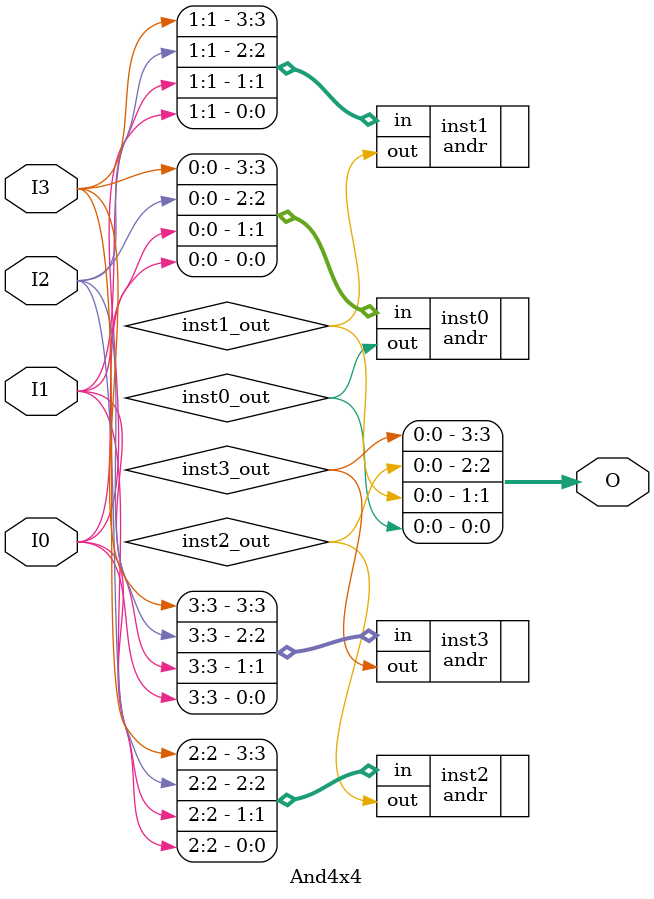
<source format=v>
module And4x4 (input [3:0] I0, input [3:0] I1, input [3:0] I2, input [3:0] I3, output [3:0] O);
wire  inst0_out;
wire  inst1_out;
wire  inst2_out;
wire  inst3_out;
andr inst0 (.in({I3[0],I2[0],I1[0],I0[0]}), .out(inst0_out));
andr inst1 (.in({I3[1],I2[1],I1[1],I0[1]}), .out(inst1_out));
andr inst2 (.in({I3[2],I2[2],I1[2],I0[2]}), .out(inst2_out));
andr inst3 (.in({I3[3],I2[3],I1[3],I0[3]}), .out(inst3_out));
assign O = {inst3_out,inst2_out,inst1_out,inst0_out};
endmodule


</source>
